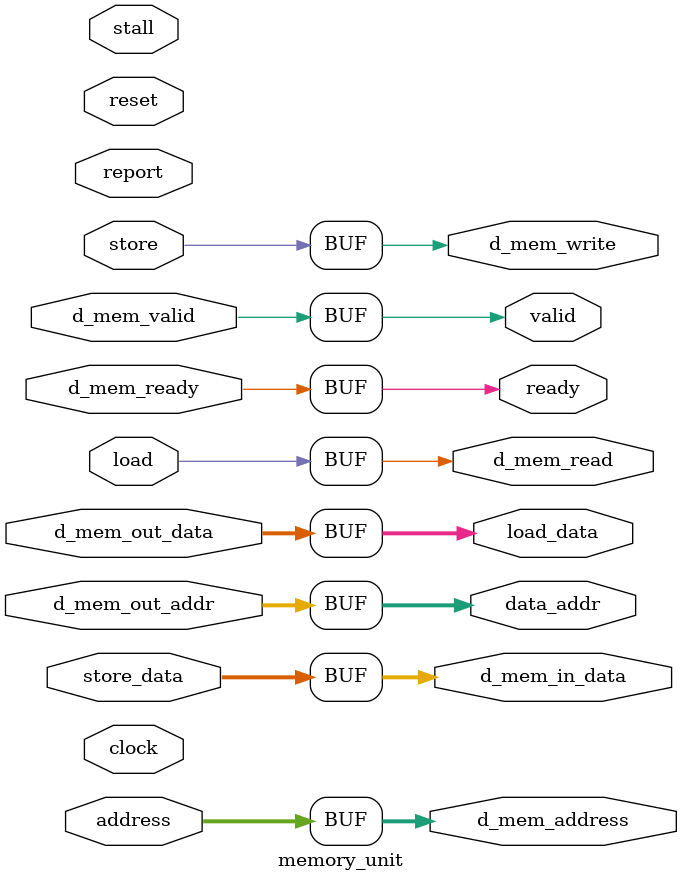
<source format=v>
/** @module : memory
 *  @author : Adaptive & Secure Computing Systems (ASCS) Laboratory

 *  Copyright (c) 2018 BRISC-V (ASCS/ECE/BU)
 *  Permission is hereby granted, free of charge, to any person obtaining a copy
 *  of this software and associated documentation files (the "Software"), to deal
 *  in the Software without restriction, including without limitation the rights
 *  to use, copy, modify, merge, publish, distribute, sublicense, and/or sell
 *  copies of the Software, and to permit persons to whom the Software is
 *  furnished to do so, subject to the following conditions:
 *  The above copyright notice and this permission notice shall be included in
 *  all copies or substantial portions of the Software.

 *  THE SOFTWARE IS PROVIDED "AS IS", WITHOUT WARRANTY OF ANY KIND, EXPRESS OR
 *  IMPLIED, INCLUDING BUT NOT LIMITED TO THE WARRANTIES OF MERCHANTABILITY,
 *  FITNESS FOR A PARTICULAR PURPOSE AND NONINFRINGEMENT. IN NO EVENT SHALL THE
 *  AUTHORS OR COPYRIGHT HOLDERS BE LIABLE FOR ANY CLAIM, DAMAGES OR OTHER
 *  LIABILITY, WHETHER IN AN ACTION OF CONTRACT, TORT OR OTHERWISE, ARISING FROM,
 *  OUT OF OR IN CONNECTION WITH THE SOFTWARE OR THE USE OR OTHER DEALINGS IN
 *  THE SOFTWARE.
 */

module memory_unit #(
  parameter CORE = 0,
  parameter DATA_WIDTH = 32,
  parameter INDEX_BITS = 6,
  parameter OFFSET_BITS = 3,
  parameter ADDRESS_BITS = 20,
  parameter PRINT_CYCLES_MIN = 1,
  parameter PRINT_CYCLES_MAX = 1000
) (
  input clock,
  input reset,

  // Connections from previous (Execute) pipeline stage
  input stall,
  input load,
  input store,
  input [ADDRESS_BITS-1:0] address,
  input [DATA_WIDTH-1:0] store_data,

  // Connections to next (Writeback) pipeline stage
  output [ADDRESS_BITS-1:0] data_addr,
  output [DATA_WIDTH-1:0] load_data,
  output valid,
  output ready,


  // Data Memory Interface
  input [ADDRESS_BITS-1:0] d_mem_out_addr,
  input [DATA_WIDTH-1:0]   d_mem_out_data,
  input d_mem_valid,
  input d_mem_ready,

  output [ADDRESS_BITS-1:0] d_mem_address,
  output [DATA_WIDTH-1:0]   d_mem_in_data,
  output d_mem_read,
  output d_mem_write,

  input report
);

// Connect Pipeline Inputs/Ouputs to Data Memory Interface
assign load_data     = d_mem_out_data;
assign data_addr     = d_mem_out_addr;
assign valid         = d_mem_valid;
assign ready         = d_mem_ready;
assign d_mem_address = address;
assign d_mem_in_data = store_data;
assign d_mem_read    = load;
assign d_mem_write   = store;

reg [31: 0] cycles;
always @ (posedge clock) begin
  cycles <= reset? 0 : cycles + 1;
  //if (report & ((cycles >=  PRINT_CYCLES_MIN) & (cycles < PRINT_CYCLES_MAX +1)))begin
  if (report)begin
    $display ("------ Core %d Memory Unit - Current Cycle %d -------", CORE, cycles);
    $display ("| Address     [%h]", address);
    $display ("| Load        [%b]", load);
    $display ("| Data Address[%h]", data_addr);
    $display ("| Load Data   [%h]", load_data);
    $display ("| Store       [%b]", store);
    $display ("| Store Data  [%h]", store_data);
    $display ("| Ready       [%b]", ready);
    $display ("| Valid       [%b]", valid);
    $display ("----------------------------------------------------------------------");
  end
end

endmodule

</source>
